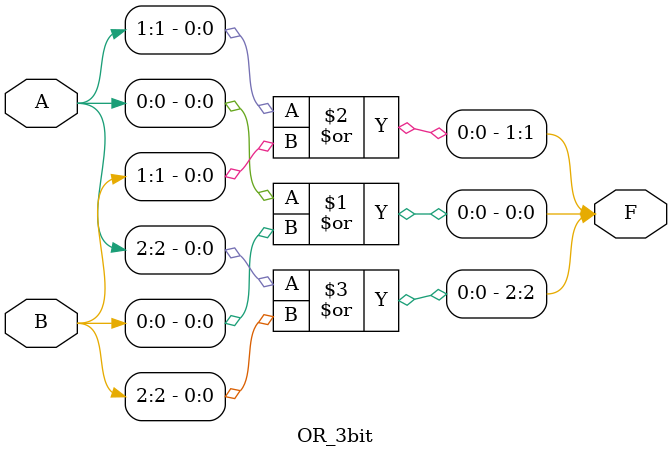
<source format=sv>
module OR_3bit (
    input  logic [2:0] A,
    input  logic [2:0] B,
    output logic [2:0] F
);
    assign F[0] = A[0] | B[0];
    assign F[1] = A[1] | B[1];
    assign F[2] = A[2] | B[2];
endmodule

</source>
